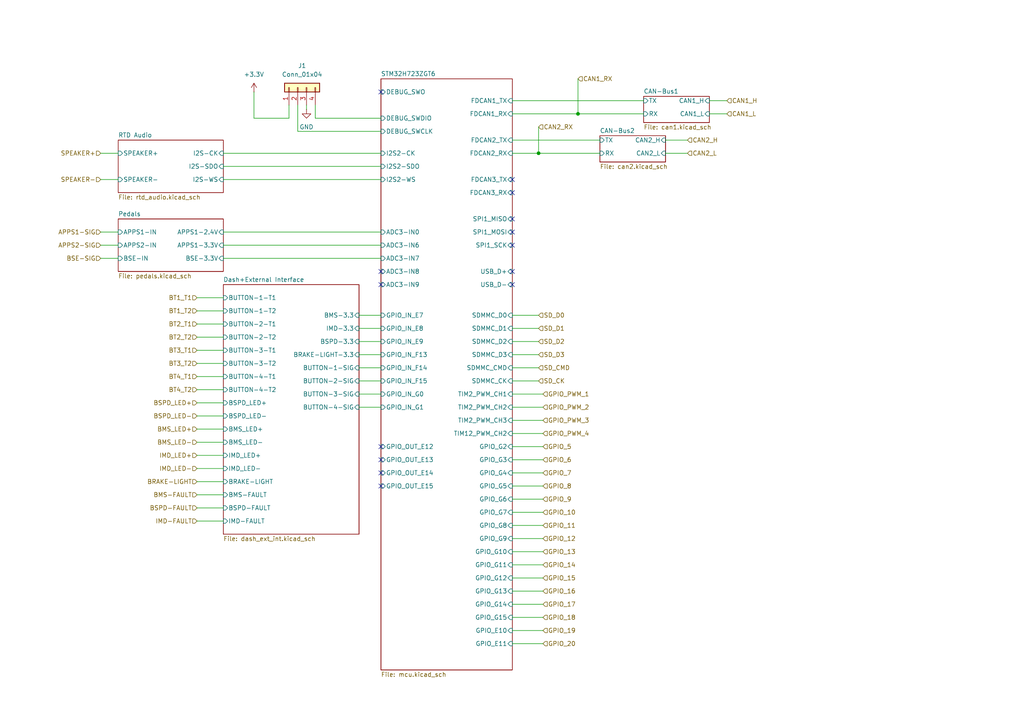
<source format=kicad_sch>
(kicad_sch (version 20250114) (generator "eeschema") (generator_version "9.0")
  (paper "A4")
  (lib_symbols
    (symbol "Connector_Generic:Conn_01x04" (pin_names (offset 1.016) (hide yes))
      (property "Reference" "J" (at 0 5.08 0))
      (property "Value" "Conn_01x04" (at 0 -7.62 0))
      (symbol "Conn_01x04_1_1"
        (rectangle (start -1.27 3.81) (end 1.27 -6.35) (stroke (width 0.254)) (fill (type background)))
        (rectangle (start -1.27 2.667) (end 0 2.413) (stroke (width 0.1524)))
        (rectangle (start -1.27 0.127) (end 0 -0.127) (stroke (width 0.1524)))
        (rectangle (start -1.27 -2.413) (end 0 -2.667) (stroke (width 0.1524)))
        (rectangle (start -1.27 -4.953) (end 0 -5.207) (stroke (width 0.1524)))
        (pin passive line (at -5.08 2.54 0) (length 3.81) (name "Pin_1") (number "1"))
        (pin passive line (at -5.08 0 0) (length 3.81) (name "Pin_2") (number "2"))
        (pin passive line (at -5.08 -2.54 0) (length 3.81) (name "Pin_3") (number "3"))
        (pin passive line (at -5.08 -5.08 0) (length 3.81) (name "Pin_4") (number "4"))
      )
    )
    (symbol "power:+3.3V" (power) (pin_numbers (hide yes)) (pin_names (offset 0) (hide yes))
      (property "Value" "+3.3V" (at 0 3.556 0))
      (symbol "+3.3V_0_1"
        (polyline (pts (xy -0.762 1.27) (xy 0 2.54)))
        (polyline (pts (xy 0 2.54) (xy 0.762 1.27)))
        (polyline (pts (xy 0 0) (xy 0 2.54)))
      )
      (symbol "+3.3V_1_1"
        (pin power_in line (at 0 0 90) (length 0) (name "~") (number "1"))
      )
    )
    (symbol "power:GND" (power) (pin_numbers (hide yes)) (pin_names (offset 0) (hide yes))
      (property "Value" "GND" (at 0 -3.81 0))
      (symbol "GND_0_1"
        (polyline (pts (xy 0 0) (xy 0 -1.27) (xy 1.27 -1.27) (xy 0 -2.54) (xy -1.27 -1.27) (xy 0 -1.27)))
      )
      (symbol "GND_1_1"
        (pin power_in line (at 0 0 270) (length 0) (name "~") (number "1"))
      )
    )
  )
  (junction (at 167.64 33.02))
  (junction (at 156.21 44.45))
  (no_connect (at 110.49 140.97))
  (no_connect (at 148.59 67.31))
  (no_connect (at 110.49 26.67))
  (no_connect (at 110.49 78.74))
  (no_connect (at 148.59 63.5))
  (no_connect (at 148.59 52.07))
  (no_connect (at 110.49 82.55))
  (no_connect (at 110.49 129.54))
  (no_connect (at 148.59 78.74))
  (no_connect (at 148.59 55.88))
  (no_connect (at 148.59 82.55))
  (no_connect (at 148.59 71.12))
  (no_connect (at 110.49 133.35))
  (no_connect (at 110.49 137.16))
  (wire (pts (xy 148.59 125.73) (xy 157.48 125.73)))
  (wire (pts (xy 64.77 71.12) (xy 110.49 71.12)))
  (wire (pts (xy 148.59 179.07) (xy 157.48 179.07)))
  (wire (pts (xy 64.77 52.07) (xy 110.49 52.07)))
  (wire (pts (xy 148.59 163.83) (xy 157.48 163.83)))
  (wire (pts (xy 104.14 106.68) (xy 110.49 106.68)))
  (wire (pts (xy 86.36 30.48) (xy 86.36 38.1)))
  (wire (pts (xy 148.59 118.11) (xy 157.48 118.11)))
  (wire (pts (xy 73.66 26.67) (xy 73.66 34.29)))
  (wire (pts (xy 205.74 33.02) (xy 210.82 33.02)))
  (wire (pts (xy 148.59 121.92) (xy 157.48 121.92)))
  (wire (pts (xy 57.15 135.89) (xy 64.77 135.89)))
  (wire (pts (xy 29.21 67.31) (xy 34.29 67.31)))
  (wire (pts (xy 148.59 95.25) (xy 156.21 95.25)))
  (wire (pts (xy 29.21 52.07) (xy 34.29 52.07)))
  (wire (pts (xy 57.15 151.13) (xy 64.77 151.13)))
  (wire (pts (xy 156.21 36.83) (xy 156.21 44.45)))
  (wire (pts (xy 148.59 40.64) (xy 173.99 40.64)))
  (wire (pts (xy 73.66 34.29) (xy 83.82 34.29)))
  (wire (pts (xy 57.15 109.22) (xy 64.77 109.22)))
  (wire (pts (xy 148.59 167.64) (xy 157.48 167.64)))
  (wire (pts (xy 64.77 67.31) (xy 110.49 67.31)))
  (wire (pts (xy 148.59 148.59) (xy 157.48 148.59)))
  (wire (pts (xy 57.15 143.51) (xy 64.77 143.51)))
  (wire (pts (xy 148.59 114.3) (xy 157.48 114.3)))
  (wire (pts (xy 104.14 110.49) (xy 110.49 110.49)))
  (wire (pts (xy 148.59 110.49) (xy 156.21 110.49)))
  (wire (pts (xy 104.14 95.25) (xy 110.49 95.25)))
  (wire (pts (xy 91.44 30.48) (xy 91.44 34.29)))
  (wire (pts (xy 57.15 90.17) (xy 64.77 90.17)))
  (wire (pts (xy 193.04 44.45) (xy 199.39 44.45)))
  (wire (pts (xy 148.59 152.4) (xy 157.48 152.4)))
  (wire (pts (xy 148.59 156.21) (xy 157.48 156.21)))
  (wire (pts (xy 148.59 144.78) (xy 157.48 144.78)))
  (wire (pts (xy 91.44 34.29) (xy 110.49 34.29)))
  (wire (pts (xy 148.59 186.69) (xy 157.48 186.69)))
  (wire (pts (xy 29.21 71.12) (xy 34.29 71.12)))
  (wire (pts (xy 57.15 101.6) (xy 64.77 101.6)))
  (wire (pts (xy 148.59 99.06) (xy 156.21 99.06)))
  (wire (pts (xy 57.15 93.98) (xy 64.77 93.98)))
  (wire (pts (xy 57.15 147.32) (xy 64.77 147.32)))
  (wire (pts (xy 104.14 99.06) (xy 110.49 99.06)))
  (wire (pts (xy 148.59 29.21) (xy 186.69 29.21)))
  (wire (pts (xy 148.59 106.68) (xy 156.21 106.68)))
  (wire (pts (xy 57.15 116.84) (xy 64.77 116.84)))
  (wire (pts (xy 148.59 129.54) (xy 157.48 129.54)))
  (wire (pts (xy 57.15 86.36) (xy 64.77 86.36)))
  (wire (pts (xy 148.59 33.02) (xy 167.64 33.02)))
  (wire (pts (xy 205.74 29.21) (xy 210.82 29.21)))
  (wire (pts (xy 57.15 124.46) (xy 64.77 124.46)))
  (wire (pts (xy 83.82 34.29) (xy 83.82 30.48)))
  (wire (pts (xy 104.14 114.3) (xy 110.49 114.3)))
  (wire (pts (xy 156.21 44.45) (xy 173.99 44.45)))
  (wire (pts (xy 57.15 132.08) (xy 64.77 132.08)))
  (wire (pts (xy 29.21 74.93) (xy 34.29 74.93)))
  (wire (pts (xy 148.59 175.26) (xy 157.48 175.26)))
  (wire (pts (xy 57.15 128.27) (xy 64.77 128.27)))
  (wire (pts (xy 57.15 120.65) (xy 64.77 120.65)))
  (wire (pts (xy 148.59 171.45) (xy 157.48 171.45)))
  (wire (pts (xy 104.14 91.44) (xy 110.49 91.44)))
  (wire (pts (xy 148.59 140.97) (xy 157.48 140.97)))
  (wire (pts (xy 148.59 102.87) (xy 156.21 102.87)))
  (wire (pts (xy 148.59 182.88) (xy 157.48 182.88)))
  (wire (pts (xy 29.21 44.45) (xy 34.29 44.45)))
  (wire (pts (xy 88.9 30.48) (xy 88.9 31.75)))
  (wire (pts (xy 86.36 38.1) (xy 110.49 38.1)))
  (wire (pts (xy 167.64 22.86) (xy 167.64 33.02)))
  (wire (pts (xy 193.04 40.64) (xy 199.39 40.64)))
  (wire (pts (xy 57.15 113.03) (xy 64.77 113.03)))
  (wire (pts (xy 64.77 74.93) (xy 110.49 74.93)))
  (wire (pts (xy 148.59 91.44) (xy 156.21 91.44)))
  (wire (pts (xy 64.77 44.45) (xy 110.49 44.45)))
  (wire (pts (xy 148.59 133.35) (xy 157.48 133.35)))
  (wire (pts (xy 104.14 118.11) (xy 110.49 118.11)))
  (wire (pts (xy 57.15 139.7) (xy 64.77 139.7)))
  (wire (pts (xy 148.59 44.45) (xy 156.21 44.45)))
  (wire (pts (xy 57.15 105.41) (xy 64.77 105.41)))
  (wire (pts (xy 148.59 160.02) (xy 157.48 160.02)))
  (wire (pts (xy 167.64 33.02) (xy 186.69 33.02)))
  (wire (pts (xy 64.77 48.26) (xy 110.49 48.26)))
  (wire (pts (xy 57.15 97.79) (xy 64.77 97.79)))
  (wire (pts (xy 148.59 137.16) (xy 157.48 137.16)))
  (wire (pts (xy 104.14 102.87) (xy 110.49 102.87)))
  (hierarchical_label "SD_D3" (shape input) (at 156.21 102.87 0))
  (hierarchical_label "CAN1_L" (shape input) (at 210.82 33.02 0))
  (hierarchical_label "GPIO_PWM_1" (shape input) (at 157.48 114.3 0))
  (hierarchical_label "APPS2-SIG" (shape input) (at 29.21 71.12 180))
  (hierarchical_label "GPIO_PWM_4" (shape input) (at 157.48 125.73 0))
  (hierarchical_label "GPIO_15" (shape input) (at 157.48 167.64 0))
  (hierarchical_label "APPS1-SIG" (shape input) (at 29.21 67.31 180))
  (hierarchical_label "GPIO_7" (shape input) (at 157.48 137.16 0))
  (hierarchical_label "GPIO_17" (shape input) (at 157.48 175.26 0))
  (hierarchical_label "GPIO_5" (shape input) (at 157.48 129.54 0))
  (hierarchical_label "CAN2_RX" (shape input) (at 156.21 36.83 0))
  (hierarchical_label "BSPD_LED+" (shape input) (at 57.15 116.84 180))
  (hierarchical_label "BT4_T1" (shape input) (at 57.15 109.22 180))
  (hierarchical_label "IMD_LED+" (shape input) (at 57.15 132.08 180))
  (hierarchical_label "GPIO_18" (shape input) (at 157.48 179.07 0))
  (hierarchical_label "GPIO_PWM_2" (shape input) (at 157.48 118.11 0))
  (hierarchical_label "BSPD_LED-" (shape input) (at 57.15 120.65 180))
  (hierarchical_label "GPIO_20" (shape input) (at 157.48 186.69 0))
  (hierarchical_label "CAN1_RX" (shape input) (at 167.64 22.86 0))
  (hierarchical_label "SD_D2" (shape input) (at 156.21 99.06 0))
  (hierarchical_label "GPIO_13" (shape input) (at 157.48 160.02 0))
  (hierarchical_label "IMD_LED-" (shape input) (at 57.15 135.89 180))
  (hierarchical_label "CAN2_L" (shape input) (at 199.39 44.45 0))
  (hierarchical_label "GPIO_16" (shape input) (at 157.48 171.45 0))
  (hierarchical_label "BT3_T2" (shape input) (at 57.15 105.41 180))
  (hierarchical_label "GPIO_6" (shape input) (at 157.48 133.35 0))
  (hierarchical_label "GPIO_11" (shape input) (at 157.48 152.4 0))
  (hierarchical_label "BT3_T1" (shape input) (at 57.15 101.6 180))
  (hierarchical_label "IMD-FAULT" (shape input) (at 57.15 151.13 180))
  (hierarchical_label "BSE-SIG" (shape input) (at 29.21 74.93 180))
  (hierarchical_label "GPIO_9" (shape input) (at 157.48 144.78 0))
  (hierarchical_label "CAN2_H" (shape input) (at 199.39 40.64 0))
  (hierarchical_label "BMS-FAULT" (shape input) (at 57.15 143.51 180))
  (hierarchical_label "GPIO_14" (shape input) (at 157.48 163.83 0))
  (hierarchical_label "BMS_LED-" (shape input) (at 57.15 128.27 180))
  (hierarchical_label "GPIO_PWM_3" (shape input) (at 157.48 121.92 0))
  (hierarchical_label "SPEAKER-" (shape input) (at 29.21 52.07 180))
  (hierarchical_label "SD_D1" (shape input) (at 156.21 95.25 0))
  (hierarchical_label "BT1_T1" (shape input) (at 57.15 86.36 180))
  (hierarchical_label "BRAKE-LIGHT" (shape input) (at 57.15 139.7 180))
  (hierarchical_label "BSPD-FAULT" (shape input) (at 57.15 147.32 180))
  (hierarchical_label "GPIO_19" (shape input) (at 157.48 182.88 0))
  (hierarchical_label "SD_CK" (shape input) (at 156.21 110.49 0))
  (hierarchical_label "BT2_T1" (shape input) (at 57.15 93.98 180))
  (hierarchical_label "SPEAKER+" (shape input) (at 29.21 44.45 180))
  (hierarchical_label "SD_D0" (shape input) (at 156.21 91.44 0))
  (hierarchical_label "BT4_T2" (shape input) (at 57.15 113.03 180))
  (hierarchical_label "GPIO_10" (shape input) (at 157.48 148.59 0))
  (hierarchical_label "SD_CMD" (shape input) (at 156.21 106.68 0))
  (hierarchical_label "CAN1_H" (shape input) (at 210.82 29.21 0))
  (hierarchical_label "BT2_T2" (shape input) (at 57.15 97.79 180))
  (hierarchical_label "BMS_LED+" (shape input) (at 57.15 124.46 180))
  (hierarchical_label "GPIO_12" (shape input) (at 157.48 156.21 0))
  (hierarchical_label "GPIO_8" (shape input) (at 157.48 140.97 0))
  (hierarchical_label "BT1_T2" (shape input) (at 57.15 90.17 180))
  (symbol (lib_id "power:GND") (at 88.9 31.75 0) (unit 1)
    (property "Reference" "#PWR030" (effects (hide yes)))
    (property "Value" "GND" (at 88.9 36.83 0))
    (property "Description" "Power symbol creates a global label with name \"GND\" , ground" (effects (hide yes)))
  )
  (symbol (lib_id "power:+3.3V") (at 73.66 26.67 0) (unit 1)
    (property "Reference" "#PWR029" (effects (hide yes)))
    (property "Value" "+3.3V" (at 73.66 21.59 0))
    (property "Description" "Power symbol creates a global label with name \"+3.3V\"" (effects (hide yes)))
  )
  (symbol (lib_id "Connector_Generic:Conn_01x04") (at 86.36 25.4 90) (unit 1)
    (property "Reference" "J1" (at 87.63 19.05 90))
    (property "Value" "Conn_01x04" (at 87.63 21.59 90))
    (property "Footprint" "Connector_PinHeader_2.54mm:PinHeader_1x04_P2.54mm_Vertical" (effects (hide yes)))
    (property "Description" "Generic connector, single row, 01x04, script generated (kicad-library-utils/schlib/autogen/connector/)" (effects (hide yes)))
  )
  (sheet (at 173.99 39.37) (size 19.05 7.62) (stroke (width 0.1524))
    (property "Sheetname" "CAN-Bus2" (at 173.99 38.6584 0) (effects (justify left bottom)))
    (property "Sheetfile" "can2.kicad_sch" (at 173.99 47.5746 0) (effects (justify left top)))
    (pin "RX" input (at 173.99 44.45 180))
    (pin "CAN2_L" input (at 193.04 44.45 0))
    (pin "TX" input (at 173.99 40.64 180))
    (pin "CAN2_H" input (at 193.04 40.64 0))
  )
  (sheet (at 110.49 22.86) (size 38.1 171.45) (stroke (width 0.1524))
    (property "Sheetname" "STM32H723ZGT6" (at 110.49 22.1484 0) (effects (justify left bottom)))
    (property "Sheetfile" "mcu.kicad_sch" (at 110.49 194.8946 0) (effects (justify left top)))
    (pin "FDCAN2_TX" input (at 148.59 40.64 0))
    (pin "FDCAN2_RX" input (at 148.59 44.45 0))
    (pin "SPI1_MISO" input (at 148.59 63.5 0))
    (pin "SPI1_MOSI" input (at 148.59 67.31 0))
    (pin "DEBUG_SWCLK" input (at 110.49 38.1 180))
    (pin "FDCAN3_TX" input (at 148.59 52.07 0))
    (pin "USB_D-" input (at 148.59 82.55 0))
    (pin "DEBUG_SWO" input (at 110.49 26.67 180))
    (pin "FDCAN1_RX" input (at 148.59 33.02 0))
    (pin "USB_D+" input (at 148.59 78.74 0))
    (pin "FDCAN1_TX" input (at 148.59 29.21 0))
    (pin "DEBUG_SWDIO" input (at 110.49 34.29 180))
    (pin "FDCAN3_RX" input (at 148.59 55.88 0))
    (pin "I2S2-CK" input (at 110.49 44.45 180))
    (pin "ADC3-IN9" input (at 110.49 82.55 180))
    (pin "ADC3-IN7" input (at 110.49 74.93 180))
    (pin "SPI1_SCK" input (at 148.59 71.12 0))
    (pin "ADC3-IN0" input (at 110.49 67.31 180))
    (pin "I2S2-SDO" input (at 110.49 48.26 180))
    (pin "ADC3-IN8" input (at 110.49 78.74 180))
    (pin "ADC3-IN6" input (at 110.49 71.12 180))
    (pin "I2S2-WS" input (at 110.49 52.07 180))
    (pin "SDMMC_D1" input (at 148.59 95.25 0))
    (pin "SDMMC_CMD" input (at 148.59 106.68 0))
    (pin "SDMMC_CK" input (at 148.59 110.49 0))
    (pin "SDMMC_D2" input (at 148.59 99.06 0))
    (pin "SDMMC_D0" input (at 148.59 91.44 0))
    (pin "SDMMC_D3" input (at 148.59 102.87 0))
    (pin "GPIO_IN_G1" input (at 110.49 118.11 180))
    (pin "GPIO_IN_E9" input (at 110.49 99.06 180))
    (pin "GPIO_OUT_E13" input (at 110.49 133.35 180))
    (pin "GPIO_IN_F13" input (at 110.49 102.87 180))
    (pin "GPIO_OUT_E14" input (at 110.49 137.16 180))
    (pin "GPIO_IN_E7" input (at 110.49 91.44 180))
    (pin "GPIO_IN_E8" input (at 110.49 95.25 180))
    (pin "GPIO_IN_F14" input (at 110.49 106.68 180))
    (pin "GPIO_IN_F15" input (at 110.49 110.49 180))
    (pin "GPIO_E10" input (at 148.59 182.88 0))
    (pin "GPIO_E11" input (at 148.59 186.69 0))
    (pin "GPIO_OUT_E12" input (at 110.49 129.54 180))
    (pin "GPIO_IN_G0" input (at 110.49 114.3 180))
    (pin "GPIO_OUT_E15" input (at 110.49 140.97 180))
    (pin "GPIO_G14" input (at 148.59 175.26 0))
    (pin "TIM2_PWM_CH1" input (at 148.59 114.3 0))
    (pin "GPIO_G2" input (at 148.59 129.54 0))
    (pin "GPIO_G3" input (at 148.59 133.35 0))
    (pin "GPIO_G5" input (at 148.59 140.97 0))
    (pin "TIM2_PWM_CH2" input (at 148.59 118.11 0))
    (pin "GPIO_G4" input (at 148.59 137.16 0))
    (pin "GPIO_G6" input (at 148.59 144.78 0))
    (pin "GPIO_G8" input (at 148.59 152.4 0))
    (pin "GPIO_G7" input (at 148.59 148.59 0))
    (pin "GPIO_G11" input (at 148.59 163.83 0))
    (pin "GPIO_G10" input (at 148.59 160.02 0))
    (pin "GPIO_G9" input (at 148.59 156.21 0))
    (pin "GPIO_G12" input (at 148.59 167.64 0))
    (pin "GPIO_G15" input (at 148.59 179.07 0))
    (pin "GPIO_G13" input (at 148.59 171.45 0))
    (pin "TIM12_PWM_CH2" input (at 148.59 125.73 0))
    (pin "TIM2_PWM_CH3" input (at 148.59 121.92 0))
  )
  (sheet (at 186.69 27.94) (size 19.05 7.62) (stroke (width 0.1524))
    (property "Sheetname" "CAN-Bus1" (at 186.69 27.2284 0) (effects (justify left bottom)))
    (property "Sheetfile" "can1.kicad_sch" (at 186.69 36.1446 0) (effects (justify left top)))
    (pin "TX" input (at 186.69 29.21 180))
    (pin "RX" input (at 186.69 33.02 180))
    (pin "CAN1_H" input (at 205.74 29.21 0))
    (pin "CAN1_L" input (at 205.74 33.02 0))
  )
  (sheet (at 34.29 63.5) (size 30.48 15.24) (stroke (width 0.1524))
    (property "Sheetname" "Pedals" (at 34.29 62.7884 0) (effects (justify left bottom)))
    (property "Sheetfile" "pedals.kicad_sch" (at 34.29 79.3246 0) (effects (justify left top)))
    (pin "APPS1-2.4V" input (at 64.77 67.31 0))
    (pin "APPS2-IN" input (at 34.29 71.12 180))
    (pin "APPS1-3.3V" input (at 64.77 71.12 0))
    (pin "BSE-IN" input (at 34.29 74.93 180))
    (pin "BSE-3.3V" input (at 64.77 74.93 0))
    (pin "APPS1-IN" input (at 34.29 67.31 180))
  )
  (sheet (at 64.77 82.55) (size 39.37 72.39) (stroke (width 0.1524))
    (property "Sheetname" "Dash+External Interface" (at 64.77 81.8384 0) (effects (justify left bottom)))
    (property "Sheetfile" "dash_ext_int.kicad_sch" (at 64.77 155.5246 0) (effects (justify left top)))
    (pin "BMS-3.3" input (at 104.14 91.44 0))
    (pin "BUTTON-2-T1" input (at 64.77 93.98 180))
    (pin "BUTTON-2-T2" input (at 64.77 97.79 180))
    (pin "BUTTON-2-SIG" input (at 104.14 110.49 0))
    (pin "BRAKE-LIGHT" input (at 64.77 139.7 180))
    (pin "BRAKE-LIGHT-3.3" input (at 104.14 102.87 0))
    (pin "BSPD_LED-" input (at 64.77 120.65 180))
    (pin "BUTTON-1-T1" input (at 64.77 86.36 180))
    (pin "BUTTON-1-SIG" input (at 104.14 106.68 0))
    (pin "BUTTON-1-T2" input (at 64.77 90.17 180))
    (pin "IMD-3.3" input (at 104.14 95.25 0))
    (pin "BUTTON-4-T1" input (at 64.77 109.22 180))
    (pin "BUTTON-4-SIG" input (at 104.14 118.11 0))
    (pin "BUTTON-4-T2" input (at 64.77 113.03 180))
    (pin "BUTTON-3-SIG" input (at 104.14 114.3 0))
    (pin "BUTTON-3-T1" input (at 64.77 101.6 180))
    (pin "BUTTON-3-T2" input (at 64.77 105.41 180))
    (pin "BSPD-3.3" input (at 104.14 99.06 0))
    (pin "BSPD_LED+" input (at 64.77 116.84 180))
    (pin "BSPD-FAULT" input (at 64.77 147.32 180))
    (pin "BMS_LED+" input (at 64.77 124.46 180))
    (pin "BMS-FAULT" input (at 64.77 143.51 180))
    (pin "BMS_LED-" input (at 64.77 128.27 180))
    (pin "IMD_LED-" input (at 64.77 135.89 180))
    (pin "IMD-FAULT" input (at 64.77 151.13 180))
    (pin "IMD_LED+" input (at 64.77 132.08 180))
  )
  (sheet (at 34.29 40.64) (size 30.48 15.24) (stroke (width 0.1524))
    (property "Sheetname" "RTD Audio" (at 34.29 39.9284 0) (effects (justify left bottom)))
    (property "Sheetfile" "rtd_audio.kicad_sch" (at 34.29 56.4646 0) (effects (justify left top)))
    (pin "SPEAKER-" input (at 34.29 52.07 180))
    (pin "SPEAKER+" input (at 34.29 44.45 180))
    (pin "I2S-WS" input (at 64.77 52.07 0))
    (pin "I2S-SDO" input (at 64.77 48.26 0))
    (pin "I2S-CK" input (at 64.77 44.45 0))
  )
)
</source>
